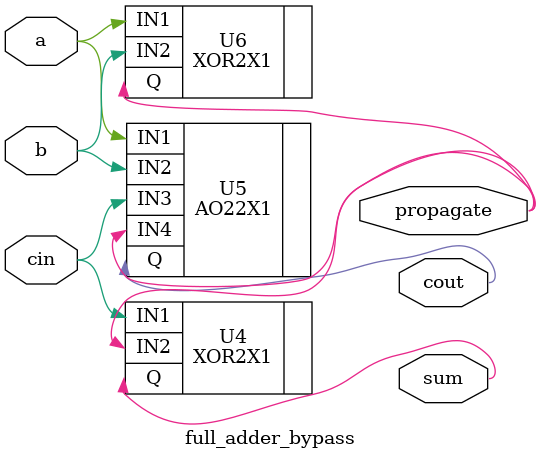
<source format=v>


module full_adder_bypass ( a, b, cin, sum, propagate, cout );
  input a, b, cin;
  output sum, propagate, cout;


  XOR2X1 U4 ( .IN1(cin), .IN2(propagate), .Q(sum) );
  AO22X1 U5 ( .IN1(a), .IN2(b), .IN3(cin), .IN4(propagate), .Q(cout) );
  XOR2X1 U6 ( .IN1(a), .IN2(b), .Q(propagate) );
endmodule


</source>
